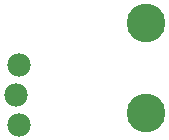
<source format=gbs>
G75*
%MOIN*%
%OFA0B0*%
%FSLAX24Y24*%
%IPPOS*%
%LPD*%
%AMOC8*
5,1,8,0,0,1.08239X$1,22.5*
%
%ADD10C,0.1290*%
%ADD11C,0.0780*%
D10*
X005180Y001180D03*
X005180Y004180D03*
D11*
X000930Y000780D03*
X000830Y001780D03*
X000930Y002780D03*
M02*

</source>
